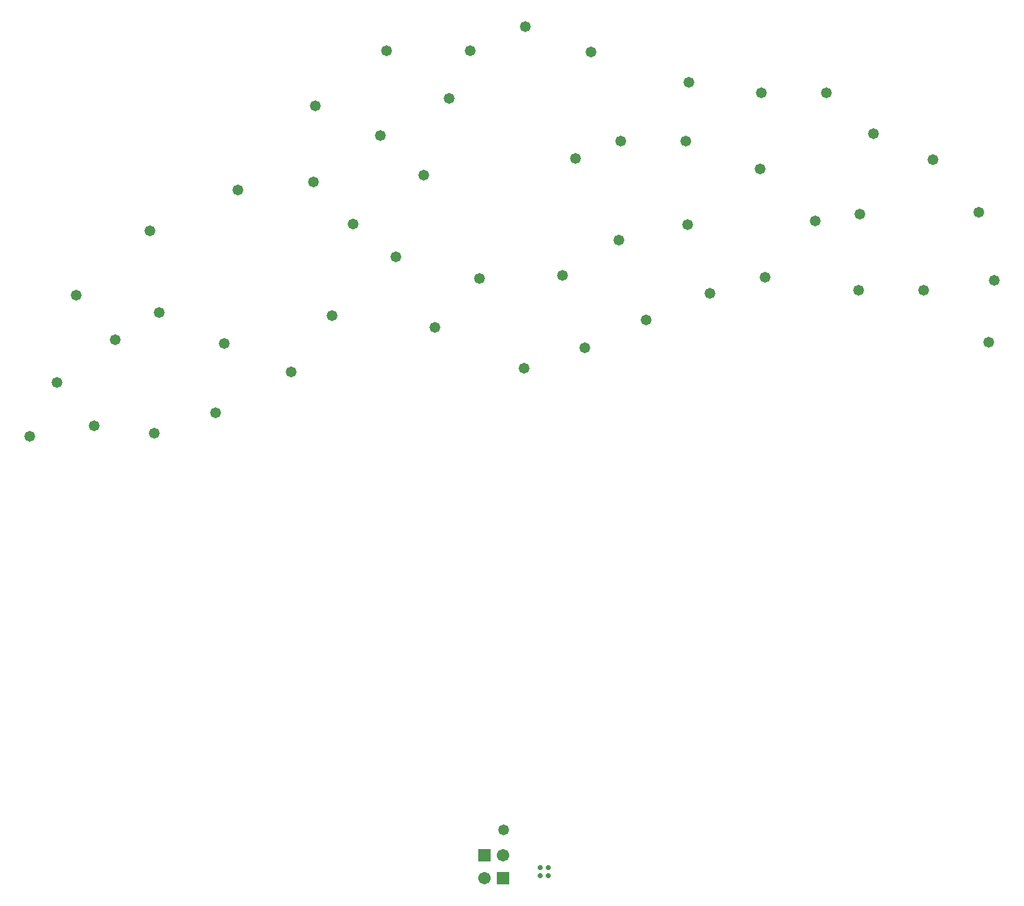
<source format=gbr>
%TF.GenerationSoftware,Altium Limited,Altium Designer,20.0.14 (345)*%
G04 Layer_Color=16711935*
%FSLAX45Y45*%
%MOMM*%
%TF.FileFunction,Soldermask,Bot*%
%TF.Part,Single*%
G01*
G75*
%TA.AperFunction,ComponentPad*%
%ADD27R,1.70320X1.70320*%
%ADD28C,1.70320*%
%TA.AperFunction,ViaPad*%
%ADD29C,1.47320*%
%ADD30C,0.70320*%
D27*
X9410700Y5346700D02*
D03*
X9664700Y5029200D02*
D03*
D28*
Y5346700D02*
D03*
X9410700Y5029200D02*
D03*
D29*
X9969500Y16678500D02*
D03*
X10871200Y16335600D02*
D03*
X10655300Y14875101D02*
D03*
X11277600Y15116400D02*
D03*
X12204700Y15916499D02*
D03*
X13195300Y15776801D02*
D03*
X14084300D02*
D03*
X12166600Y15116400D02*
D03*
X13182600Y14735400D02*
D03*
X13931900Y14024200D02*
D03*
X14732001Y15217999D02*
D03*
X14541499Y14113100D02*
D03*
X15544800Y14862399D02*
D03*
X16167101Y14138499D02*
D03*
X14528799Y13071700D02*
D03*
X15417799D02*
D03*
X16383000Y13211400D02*
D03*
X16306799Y12360500D02*
D03*
X12192000Y13973399D02*
D03*
X13246100Y13249500D02*
D03*
X12496800Y13033600D02*
D03*
X11252200Y13757500D02*
D03*
X11620500Y12665300D02*
D03*
X10477500Y13274899D02*
D03*
X10782300Y12284300D02*
D03*
X9956800Y12004900D02*
D03*
X9347200Y13236800D02*
D03*
X8586300Y14646500D02*
D03*
X8928100Y15700600D02*
D03*
X8077200Y16348300D02*
D03*
X7988300Y15192599D02*
D03*
X8205300Y13528900D02*
D03*
X7620000Y13982700D02*
D03*
X7075000Y14557600D02*
D03*
X7099300Y15599001D02*
D03*
X8737600Y12563700D02*
D03*
X7329000Y12728800D02*
D03*
X6769100Y11954100D02*
D03*
X5740400Y11395300D02*
D03*
X4902200Y11115900D02*
D03*
X4076700Y11217500D02*
D03*
X3200400Y11077800D02*
D03*
X3568700Y11814400D02*
D03*
X5854700Y12347800D02*
D03*
X4965700Y12766900D02*
D03*
X4368800Y12398600D02*
D03*
X3835400Y13008200D02*
D03*
X9220200Y16348300D02*
D03*
X4838700Y13884500D02*
D03*
X9675200Y5689600D02*
D03*
X6045200Y14443300D02*
D03*
D30*
X10284100Y5067600D02*
D03*
X10174100D02*
D03*
X10284100Y5177600D02*
D03*
X10174100D02*
D03*
%TF.MD5,ea8a85b6b94187fe56fe9cd969e0a516*%
M02*

</source>
